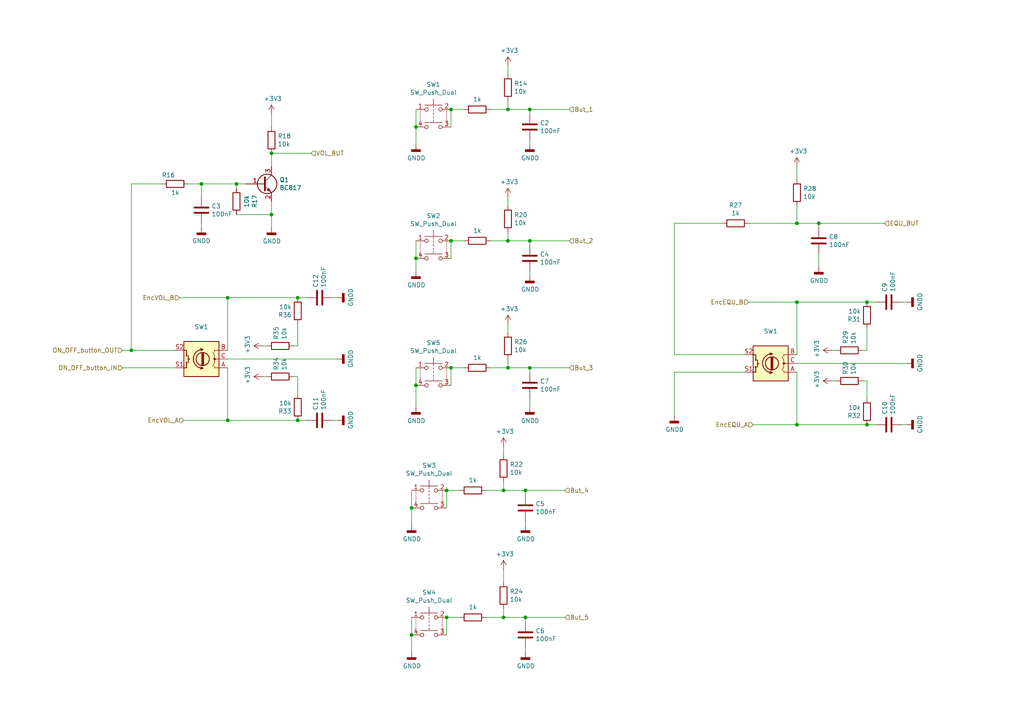
<source format=kicad_sch>
(kicad_sch (version 20250114) (generator "eeschema") (generator_version "9.0")
  (paper "A4")
  (lib_symbols
    (symbol "Device:C" (pin_numbers (hide yes)) (pin_names (offset 0.254))
      (property "Reference" "C" (at 0.635 2.54 0))
      (property "Value" "C" (at 0.635 -2.54 0))
      (symbol "C_0_1"
        (polyline (pts (xy -2.032 0.762) (xy 2.032 0.762)) (stroke (width 0.508)))
        (polyline (pts (xy -2.032 -0.762) (xy 2.032 -0.762)) (stroke (width 0.508)))
      )
      (symbol "C_1_1"
        (pin passive line (at 0 3.81 270) (length 2.794) (name "~") (number "1"))
        (pin passive line (at 0 -3.81 90) (length 2.794) (name "~") (number "2"))
      )
    )
    (symbol "Device:R" (pin_numbers (hide yes)) (pin_names (offset 0))
      (property "Reference" "R" (at 2.032 0 90))
      (property "Value" "R" (at 0 0 90))
      (symbol "R_0_1"
        (rectangle (start -1.016 -2.54) (end 1.016 2.54) (stroke (width 0.254)))
      )
      (symbol "R_1_1"
        (pin passive line (at 0 3.81 270) (length 1.27) (name "~") (number "1"))
        (pin passive line (at 0 -3.81 90) (length 1.27) (name "~") (number "2"))
      )
    )
    (symbol "Device:Rotary_Encoder_Switch" (pin_names (offset 0.254) (hide yes))
      (property "Reference" "SW" (at 0 6.604 0))
      (property "Value" "Device_Rotary_Encoder_Switch" (at 0 -6.604 0))
      (symbol "Rotary_Encoder_Switch_0_1"
        (rectangle (start -5.08 5.08) (end 5.08 -5.08) (stroke (width 0.254)) (fill (type background)))
        (polyline (pts (xy -5.08 2.54) (xy -3.81 2.54) (xy -3.81 2.032)))
        (polyline (pts (xy -5.08 0) (xy -3.81 0) (xy -3.81 -1.016) (xy -3.302 -2.032)))
        (polyline (pts (xy -5.08 -2.54) (xy -3.81 -2.54) (xy -3.81 -2.032)))
        (polyline (pts (xy -4.318 0) (xy -3.81 0) (xy -3.81 1.016) (xy -3.302 2.032)))
        (circle (center -3.81 0) (radius 0.254) (fill (type outline)))
        (polyline (pts (xy -0.635 -1.778) (xy -0.635 1.778)) (stroke (width 0.254)))
        (arc (start -0.381 2.667) (mid 2.3376 -0.0635) (end -0.381 -2.794) (stroke (width 0.254)))
        (circle (center -0.381 0) (radius 1.905) (stroke (width 0.254)))
        (polyline (pts (xy -0.381 -1.778) (xy -0.381 1.778)) (stroke (width 0.254)))
        (polyline (pts (xy -0.127 1.778) (xy -0.127 -1.778)) (stroke (width 0.254)))
        (polyline (pts (xy 0.254 2.921) (xy -0.508 2.667) (xy 0.127 2.286)) (stroke (width 0.254)))
        (polyline (pts (xy 0.254 -3.048) (xy -0.508 -2.794) (xy 0.127 -2.413)) (stroke (width 0.254)))
        (polyline (pts (xy 3.81 1.016) (xy 3.81 -1.016)) (stroke (width 0.254)))
        (polyline (pts (xy 3.81 0) (xy 3.429 0)) (stroke (width 0.254)))
        (circle (center 4.318 1.016) (radius 0.127) (stroke (width 0.254)))
        (circle (center 4.318 -1.016) (radius 0.127) (stroke (width 0.254)))
        (polyline (pts (xy 5.08 2.54) (xy 4.318 2.54) (xy 4.318 1.016)) (stroke (width 0.254)))
        (polyline (pts (xy 5.08 -2.54) (xy 4.318 -2.54) (xy 4.318 -1.016)) (stroke (width 0.254)))
      )
      (symbol "Rotary_Encoder_Switch_1_1"
        (pin passive line (at -7.62 2.54 0) (length 2.54) (name "A") (number "A"))
        (pin passive line (at -7.62 0 0) (length 2.54) (name "C") (number "C"))
        (pin passive line (at -7.62 -2.54 0) (length 2.54) (name "B") (number "B"))
        (pin passive line (at 7.62 2.54 180) (length 2.54) (name "S1") (number "S1"))
        (pin passive line (at 7.62 -2.54 180) (length 2.54) (name "S2") (number "S2"))
      )
    )
    (symbol "Transistor_BJT:BC817" (pin_names (offset 0) (hide yes))
      (property "Reference" "Q" (at 5.08 1.905 0))
      (property "Value" "BC817" (at 5.08 0 0))
      (symbol "BC817_0_1"
        (polyline (pts (xy 0.635 1.905) (xy 0.635 -1.905) (xy 0.635 -1.905)) (stroke (width 0.508)))
        (polyline (pts (xy 0.635 0.635) (xy 2.54 2.54)))
        (polyline (pts (xy 0.635 -0.635) (xy 2.54 -2.54) (xy 2.54 -2.54)))
        (circle (center 1.27 0) (radius 2.8194) (stroke (width 0.254)))
        (polyline (pts (xy 1.27 -1.778) (xy 1.778 -1.27) (xy 2.286 -2.286) (xy 1.27 -1.778) (xy 1.27 -1.778)) (fill (type outline)))
      )
      (symbol "BC817_1_1"
        (pin input line (at -5.08 0 0) (length 5.715) (name "B") (number "1"))
        (pin passive line (at 2.54 5.08 270) (length 2.54) (name "C") (number "3"))
        (pin passive line (at 2.54 -5.08 90) (length 2.54) (name "E") (number "2"))
      )
    )
    (symbol "power:+3V3" (power) (pin_names (offset 0))
      (property "Value" "+3V3" (at 0 3.556 0))
      (symbol "+3V3_0_1"
        (polyline (pts (xy -0.762 1.27) (xy 0 2.54)))
        (polyline (pts (xy 0 2.54) (xy 0.762 1.27)))
        (polyline (pts (xy 0 0) (xy 0 2.54)))
      )
      (symbol "+3V3_1_1"
        (pin power_in line (at 0 0 90) (length 0) (hide yes) (name "+3V3") (number "1"))
      )
    )
    (symbol "power:GNDD" (power) (pin_names (offset 0))
      (property "Value" "GNDD" (at 0 -3.175 0))
      (symbol "GNDD_0_1"
        (rectangle (start -1.27 -1.524) (end 1.27 -2.032) (stroke (width 0.254)) (fill (type outline)))
        (polyline (pts (xy 0 0) (xy 0 -1.524)))
      )
      (symbol "GNDD_1_1"
        (pin power_in line (at 0 0 270) (length 0) (hide yes) (name "GNDD") (number "1"))
      )
    )
    (symbol "switch_TACT_SileliS:SW_Push_Dual" (pin_names (offset 1.016) (hide yes))
      (property "Reference" "SW" (at 1.27 2.54 0))
      (property "Value" "switch_TACT_SileliS_SW_Push_Dual" (at 0 -6.858 0))
      (symbol "SW_Push_Dual_0_1"
        (rectangle (start -3.81 0) (end -3.81 -5.08) (stroke (width 0.0508)))
        (circle (center -2.032 0) (radius 0.508))
        (circle (center -2.032 -5.08) (radius 0.508))
        (polyline (pts (xy 0 1.27) (xy 0 3.048)))
        (polyline (pts (xy 0 0.508) (xy 0 1.016)))
        (polyline (pts (xy 0 -0.508) (xy 0 0)))
        (polyline (pts (xy 0 -1.524) (xy 0 -1.016)))
        (polyline (pts (xy 0 -2.032) (xy 0 -2.54)))
        (polyline (pts (xy 0 -3.048) (xy 0 -3.556)))
        (circle (center 2.032 0) (radius 0.508))
        (circle (center 2.032 -5.08) (radius 0.508))
        (polyline (pts (xy 2.54 1.27) (xy -2.54 1.27)))
        (polyline (pts (xy 2.54 -3.81) (xy -2.54 -3.81)))
        (rectangle (start 3.81 0) (end 3.81 -5.08) (stroke (width 0.0508)) (fill (type outline)))
        (pin passive line (at -5.08 0 0) (length 2.54) (name "1") (number "1"))
        (pin passive line (at -5.08 -5.08 0) (length 2.54) (name "4") (number "4"))
        (pin passive line (at 5.08 0 180) (length 2.54) (name "2") (number "2"))
        (pin passive line (at 5.08 -5.08 180) (length 2.54) (name "3") (number "3"))
      )
    )
  )
  (junction (at 147.32 69.85))
  (junction (at 78.74 44.45))
  (junction (at 147.32 106.68))
  (junction (at 237.49 64.77))
  (junction (at 38.1 101.6))
  (junction (at 152.4 142.24))
  (junction (at 231.14 123.19))
  (junction (at 130.81 31.75))
  (junction (at 129.54 179.07))
  (junction (at 251.46 123.19))
  (junction (at 153.67 69.85))
  (junction (at 120.65 74.93))
  (junction (at 147.32 31.75))
  (junction (at 120.65 36.83))
  (junction (at 129.54 142.24))
  (junction (at 68.58 53.34))
  (junction (at 153.67 31.75))
  (junction (at 119.38 147.32))
  (junction (at 152.4 179.07))
  (junction (at 130.81 106.68))
  (junction (at 66.04 121.92))
  (junction (at 86.36 121.92))
  (junction (at 119.38 184.15))
  (junction (at 146.05 142.24))
  (junction (at 86.36 86.36))
  (junction (at 146.05 179.07))
  (junction (at 66.04 86.36))
  (junction (at 153.67 106.68))
  (junction (at 231.14 64.77))
  (junction (at 58.42 53.34))
  (junction (at 120.65 111.76))
  (junction (at 231.14 87.63))
  (junction (at 78.74 62.23))
  (junction (at 251.46 87.63))
  (junction (at 130.81 69.85))
  (wire (pts (xy 71.12 53.34) (xy 68.58 53.34)))
  (wire (pts (xy 52.07 86.36) (xy 66.04 86.36)))
  (wire (pts (xy 53.34 121.92) (xy 66.04 121.92)))
  (wire (pts (xy 90.17 44.45) (xy 78.74 44.45)))
  (wire (pts (xy 251.46 115.57) (xy 251.46 110.49)))
  (wire (pts (xy 130.81 69.85) (xy 134.62 69.85)))
  (wire (pts (xy 38.1 53.34) (xy 38.1 101.6)))
  (wire (pts (xy 85.09 100.33) (xy 86.36 100.33)))
  (wire (pts (xy 231.14 64.77) (xy 237.49 64.77)))
  (wire (pts (xy 142.24 106.68) (xy 147.32 106.68)))
  (wire (pts (xy 146.05 132.08) (xy 146.05 129.54)))
  (wire (pts (xy 38.1 101.6) (xy 50.8 101.6)))
  (wire (pts (xy 195.58 64.77) (xy 209.55 64.77)))
  (wire (pts (xy 129.54 179.07) (xy 133.35 179.07)))
  (wire (pts (xy 130.81 106.68) (xy 134.62 106.68)))
  (wire (pts (xy 119.38 189.23) (xy 119.38 184.15)))
  (wire (pts (xy 85.09 109.22) (xy 86.36 109.22)))
  (wire (pts (xy 147.32 59.69) (xy 147.32 57.15)))
  (wire (pts (xy 86.36 114.3) (xy 86.36 109.22)))
  (wire (pts (xy 231.14 123.19) (xy 251.46 123.19)))
  (wire (pts (xy 237.49 77.47) (xy 237.49 73.66)))
  (wire (pts (xy 120.65 41.91) (xy 120.65 36.83)))
  (wire (pts (xy 152.4 180.34) (xy 152.4 179.07)))
  (wire (pts (xy 152.4 152.4) (xy 152.4 151.13)))
  (wire (pts (xy 218.44 123.19) (xy 231.14 123.19)))
  (wire (pts (xy 130.81 31.75) (xy 134.62 31.75)))
  (wire (pts (xy 130.81 74.93) (xy 130.81 69.85)))
  (wire (pts (xy 152.4 189.23) (xy 152.4 187.96)))
  (wire (pts (xy 231.14 105.41) (xy 262.89 105.41)))
  (wire (pts (xy 54.61 53.34) (xy 58.42 53.34)))
  (wire (pts (xy 231.14 87.63) (xy 251.46 87.63)))
  (wire (pts (xy 231.14 59.69) (xy 231.14 64.77)))
  (wire (pts (xy 76.2 109.22) (xy 77.47 109.22)))
  (wire (pts (xy 129.54 142.24) (xy 133.35 142.24)))
  (wire (pts (xy 78.74 36.83) (xy 78.74 33.02)))
  (wire (pts (xy 147.32 104.14) (xy 147.32 106.68)))
  (wire (pts (xy 153.67 80.01) (xy 153.67 78.74)))
  (wire (pts (xy 147.32 29.21) (xy 147.32 31.75)))
  (wire (pts (xy 68.58 53.34) (xy 68.58 54.61)))
  (wire (pts (xy 142.24 69.85) (xy 147.32 69.85)))
  (wire (pts (xy 153.67 106.68) (xy 165.1 106.68)))
  (wire (pts (xy 66.04 106.68) (xy 66.04 121.92)))
  (wire (pts (xy 153.67 71.12) (xy 153.67 69.85)))
  (wire (pts (xy 58.42 66.04) (xy 58.42 64.77)))
  (wire (pts (xy 130.81 36.83) (xy 130.81 31.75)))
  (wire (pts (xy 35.56 106.68) (xy 50.8 106.68)))
  (wire (pts (xy 251.46 95.25) (xy 251.46 101.6)))
  (wire (pts (xy 147.32 106.68) (xy 153.67 106.68)))
  (wire (pts (xy 76.2 100.33) (xy 77.47 100.33)))
  (wire (pts (xy 152.4 143.51) (xy 152.4 142.24)))
  (wire (pts (xy 152.4 142.24) (xy 163.83 142.24)))
  (wire (pts (xy 146.05 179.07) (xy 152.4 179.07)))
  (wire (pts (xy 147.32 31.75) (xy 153.67 31.75)))
  (wire (pts (xy 250.19 101.6) (xy 251.46 101.6)))
  (wire (pts (xy 195.58 102.87) (xy 215.9 102.87)))
  (wire (pts (xy 241.3 101.6) (xy 242.57 101.6)))
  (wire (pts (xy 261.62 87.63) (xy 262.89 87.63)))
  (wire (pts (xy 147.32 96.52) (xy 147.32 93.98)))
  (wire (pts (xy 120.65 78.74) (xy 120.65 74.93)))
  (wire (pts (xy 130.81 111.76) (xy 130.81 106.68)))
  (wire (pts (xy 66.04 121.92) (xy 86.36 121.92)))
  (wire (pts (xy 195.58 107.95) (xy 195.58 120.65)))
  (wire (pts (xy 251.46 87.63) (xy 254 87.63)))
  (wire (pts (xy 231.14 52.07) (xy 231.14 48.26)))
  (wire (pts (xy 237.49 64.77) (xy 256.54 64.77)))
  (wire (pts (xy 86.36 93.98) (xy 86.36 100.33)))
  (wire (pts (xy 140.97 179.07) (xy 146.05 179.07)))
  (wire (pts (xy 153.67 118.11) (xy 153.67 115.57)))
  (wire (pts (xy 250.19 110.49) (xy 251.46 110.49)))
  (wire (pts (xy 66.04 86.36) (xy 86.36 86.36)))
  (wire (pts (xy 153.67 107.95) (xy 153.67 106.68)))
  (wire (pts (xy 120.65 69.85) (xy 120.65 74.93)))
  (wire (pts (xy 153.67 31.75) (xy 165.1 31.75)))
  (wire (pts (xy 195.58 107.95) (xy 215.9 107.95)))
  (wire (pts (xy 119.38 152.4) (xy 119.38 147.32)))
  (wire (pts (xy 153.67 33.02) (xy 153.67 31.75)))
  (wire (pts (xy 129.54 147.32) (xy 129.54 142.24)))
  (wire (pts (xy 217.17 87.63) (xy 231.14 87.63)))
  (wire (pts (xy 140.97 142.24) (xy 146.05 142.24)))
  (wire (pts (xy 46.99 53.34) (xy 38.1 53.34)))
  (wire (pts (xy 147.32 69.85) (xy 153.67 69.85)))
  (wire (pts (xy 152.4 179.07) (xy 163.83 179.07)))
  (wire (pts (xy 237.49 66.04) (xy 237.49 64.77)))
  (wire (pts (xy 119.38 142.24) (xy 119.38 147.32)))
  (wire (pts (xy 147.32 67.31) (xy 147.32 69.85)))
  (wire (pts (xy 120.65 118.11) (xy 120.65 111.76)))
  (wire (pts (xy 153.67 69.85) (xy 165.1 69.85)))
  (wire (pts (xy 120.65 31.75) (xy 120.65 36.83)))
  (wire (pts (xy 86.36 121.92) (xy 88.9 121.92)))
  (wire (pts (xy 251.46 123.19) (xy 254 123.19)))
  (wire (pts (xy 153.67 41.91) (xy 153.67 40.64)))
  (wire (pts (xy 66.04 101.6) (xy 66.04 86.36)))
  (wire (pts (xy 96.52 86.36) (xy 97.79 86.36)))
  (wire (pts (xy 146.05 139.7) (xy 146.05 142.24)))
  (wire (pts (xy 58.42 53.34) (xy 68.58 53.34)))
  (wire (pts (xy 129.54 184.15) (xy 129.54 179.07)))
  (wire (pts (xy 86.36 86.36) (xy 88.9 86.36)))
  (wire (pts (xy 147.32 21.59) (xy 147.32 19.05)))
  (wire (pts (xy 146.05 142.24) (xy 152.4 142.24)))
  (wire (pts (xy 241.3 110.49) (xy 242.57 110.49)))
  (wire (pts (xy 146.05 168.91) (xy 146.05 165.1)))
  (wire (pts (xy 119.38 179.07) (xy 119.38 184.15)))
  (wire (pts (xy 78.74 58.42) (xy 78.74 62.23)))
  (wire (pts (xy 120.65 106.68) (xy 120.65 111.76)))
  (wire (pts (xy 68.58 62.23) (xy 78.74 62.23)))
  (wire (pts (xy 231.14 102.87) (xy 231.14 87.63)))
  (wire (pts (xy 142.24 31.75) (xy 147.32 31.75)))
  (wire (pts (xy 66.04 104.14) (xy 97.79 104.14)))
  (wire (pts (xy 78.74 44.45) (xy 78.74 48.26)))
  (wire (pts (xy 58.42 57.15) (xy 58.42 53.34)))
  (wire (pts (xy 231.14 107.95) (xy 231.14 123.19)))
  (wire (pts (xy 261.62 123.19) (xy 262.89 123.19)))
  (wire (pts (xy 96.52 121.92) (xy 97.79 121.92)))
  (wire (pts (xy 35.56 101.6) (xy 38.1 101.6)))
  (wire (pts (xy 217.17 64.77) (xy 231.14 64.77)))
  (wire (pts (xy 146.05 176.53) (xy 146.05 179.07)))
  (wire (pts (xy 195.58 64.77) (xy 195.58 102.87)))
  (wire (pts (xy 78.74 66.04) (xy 78.74 62.23)))
  (hierarchical_label "VOL_BUT" (shape input) (at 90.17 44.45 0))
  (hierarchical_label "But_1" (shape input) (at 165.1 31.75 0))
  (hierarchical_label "But_4" (shape input) (at 163.83 142.24 0))
  (hierarchical_label "EQU_BUT" (shape input) (at 256.54 64.77 0))
  (hierarchical_label "EncEQU_A" (shape input) (at 218.44 123.19 180))
  (hierarchical_label "EncVOL_A" (shape input) (at 53.34 121.92 180))
  (hierarchical_label "EncVOL_B" (shape input) (at 52.07 86.36 180))
  (hierarchical_label "But_2" (shape input) (at 165.1 69.85 0))
  (hierarchical_label "ON_OFF_button_IN" (shape input) (at 35.56 106.68 180))
  (hierarchical_label "But_5" (shape input) (at 163.83 179.07 0))
  (hierarchical_label "But_3" (shape input) (at 165.1 106.68 0))
  (hierarchical_label "EncEQU_B" (shape input) (at 217.17 87.63 180))
  (hierarchical_label "ON_OFF_button_OUT" (shape input) (at 35.56 101.6 180))
  (symbol (lib_id "power:+3V3") (at 147.32 57.15 0) (unit 1)
    (property "Reference" "#PWR026" (effects (hide yes)))
    (property "Value" "+3V3" (at 147.701 52.7558 0))
    (instances (project "esp32 bluetooth" (path "" (reference "#PWR026") (unit 1))) (project "Keyboard" (path "" (reference "#PWR0109") (unit 1))))
  )
  (symbol (lib_id "Device:R") (at 231.14 55.88 0) (unit 1)
    (property "Reference" "R28" (at 232.918 54.7116 0) (effects (justify left)))
    (property "Value" "10k" (at 232.918 57.023 0) (effects (justify left)))
    (property "Footprint" "Resistor_SMD:R_0603_1608Metric" (effects (hide yes)))
    (property "TME no." "RC0603FR-1310KL" (effects (hide yes)))
    (instances (project "esp32 bluetooth" (path "" (reference "R28") (unit 1))) (project "Keyboard" (path "" (reference "R1") (unit 1))))
  )
  (symbol (lib_id "Device:R") (at 251.46 91.44 180) (unit 1)
    (property "Reference" "R31" (at 249.682 92.6084 0) (effects (justify left)))
    (property "Value" "10k" (at 249.682 90.297 0) (effects (justify left)))
    (property "Footprint" "Resistor_SMD:R_0603_1608Metric" (effects (hide yes)))
    (property "TME no." "RC0603FR-1310KL" (effects (hide yes)))
    (instances (project "esp32 bluetooth" (path "" (reference "R31") (unit 1))) (project "Keyboard" (path "" (reference "R1") (unit 1))))
  )
  (symbol (lib_id "Device:R") (at 246.38 101.6 90) (unit 1)
    (property "Reference" "R29" (at 245.2116 99.822 0) (effects (justify left)))
    (property "Value" "10k" (at 247.523 99.822 0) (effects (justify left)))
    (property "Footprint" "Resistor_SMD:R_0603_1608Metric" (effects (hide yes)))
    (property "TME no." "RC0603FR-1310KL" (effects (hide yes)))
    (instances (project "esp32 bluetooth" (path "" (reference "R29") (unit 1))) (project "Keyboard" (path "" (reference "R1") (unit 1))))
  )
  (symbol (lib_id "power:GNDD") (at 97.79 121.92 90) (unit 1)
    (property "Reference" "#PWR044" (effects (hide yes)))
    (property "Value" "GNDD" (at 101.727 121.8184 0))
    (instances (project "esp32 bluetooth" (path "" (reference "#PWR044") (unit 1))) (project "Keyboard" (path "" (reference "#PWR0121") (unit 1))))
  )
  (symbol (lib_id "power:+3V3") (at 241.3 110.49 90) (unit 1)
    (property "Reference" "#PWR040" (effects (hide yes)))
    (property "Value" "+3V3" (at 236.9058 110.109 0))
    (instances (project "esp32 bluetooth" (path "" (reference "#PWR040") (unit 1))) (project "Keyboard" (path "" (reference "#PWR0109") (unit 1))))
  )
  (symbol (lib_id "switch_TACT_SileliS:SW_Push_Dual") (at 124.46 179.07 0) (unit 1)
    (property "Reference" "SW4" (at 124.46 171.831 0))
    (property "Value" "SW_Push_Dual" (at 124.46 174.1424 0))
    (property "Footprint" "Button_Switch_THT_SileliS:SW_PUSH_6mm_H4.3mm" (effects (hide yes)))
    (property "Manufacturer" "NINIGI" (effects (hide yes)))
    (property "Manufacturer no." "TACT-64K-F" (effects (hide yes)))
    (property "TME no." "TACT-64K-F" (effects (hide yes)))
    (property "AVT no." "MICROSWITCH 0.8" (effects (hide yes)))
    (property "Remarks" " 6x6; high 4.3 mm" (effects (hide yes)))
    (property "Module" "all" (effects (hide yes)))
    (instances (project "esp32 bluetooth" (path "" (reference "SW4") (unit 1))) (project "Keyboard" (path "" (reference "SW1") (unit 1))))
  )
  (symbol (lib_id "Device:R") (at 251.46 119.38 180) (unit 1)
    (property "Reference" "R32" (at 249.682 120.5484 0) (effects (justify left)))
    (property "Value" "10k" (at 249.682 118.237 0) (effects (justify left)))
    (property "Footprint" "Resistor_SMD:R_0603_1608Metric" (effects (hide yes)))
    (property "TME no." "RC0603FR-1310KL" (effects (hide yes)))
    (instances (project "esp32 bluetooth" (path "" (reference "R32") (unit 1))) (project "Keyboard" (path "" (reference "R1") (unit 1))))
  )
  (symbol (lib_id "power:GNDD") (at 120.65 118.11 0) (unit 1)
    (property "Reference" "#PWR034" (effects (hide yes)))
    (property "Value" "GNDD" (at 120.7516 122.047 0))
    (instances (project "esp32 bluetooth" (path "" (reference "#PWR034") (unit 1))) (project "Keyboard" (path "" (reference "#PWR0121") (unit 1))))
  )
  (symbol (lib_id "Device:R") (at 137.16 179.07 270) (unit 1)
    (property "Reference" "R23" (effects (hide yes)))
    (property "Value" "1k" (at 137.16 176.1236 90))
    (property "Footprint" "Resistor_SMD:R_0603_1608Metric" (effects (hide yes)))
    (property "TME no." "CRG0603F1K0" (effects (hide yes)))
    (instances (project "esp32 bluetooth" (path "" (reference "R23") (unit 1))) (project "Keyboard" (path "" (reference "R9") (unit 1))))
  )
  (symbol (lib_id "power:+3V3") (at 241.3 101.6 90) (unit 1)
    (property "Reference" "#PWR039" (effects (hide yes)))
    (property "Value" "+3V3" (at 236.9058 101.219 0))
    (instances (project "esp32 bluetooth" (path "" (reference "#PWR039") (unit 1))) (project "Keyboard" (path "" (reference "#PWR0109") (unit 1))))
  )
  (symbol (lib_id "Device:R") (at 68.58 58.42 180) (unit 1)
    (property "Reference" "R17" (at 73.8378 58.42 90))
    (property "Value" "10k" (at 71.5264 58.42 90))
    (property "Footprint" "Resistor_SMD:R_0603_1608Metric" (effects (hide yes)))
    (property "TME no." "RC0603FR-1310KL" (effects (hide yes)))
    (instances (project "esp32 bluetooth" (path "" (reference "R17") (unit 1))) (project "Keyboard" (path "" (reference "R20") (unit 1))))
  )
  (symbol (lib_id "Device:C") (at 153.67 111.76 0) (unit 1)
    (property "Reference" "C7" (at 156.591 110.5916 0) (effects (justify left)))
    (property "Value" "100nF" (at 156.591 112.903 0) (effects (justify left)))
    (property "Footprint" "Capacitor_SMD:C_0603_1608Metric" (effects (hide yes)))
    (property "TME no." "0603F104Z250CT" (effects (hide yes)))
    (instances (project "esp32 bluetooth" (path "" (reference "C7") (unit 1))) (project "Keyboard" (path "" (reference "C2") (unit 1))))
  )
  (symbol (lib_id "Device:C") (at 92.71 86.36 90) (unit 1)
    (property "Reference" "C12" (at 91.5416 83.439 0) (effects (justify left)))
    (property "Value" "100nF" (at 93.853 83.439 0) (effects (justify left)))
    (property "Footprint" "Capacitor_SMD:C_0603_1608Metric" (effects (hide yes)))
    (property "TME no." "0603F104Z250CT" (effects (hide yes)))
    (instances (project "esp32 bluetooth" (path "" (reference "C12") (unit 1))) (project "Keyboard" (path "" (reference "C2") (unit 1))))
  )
  (symbol (lib_id "power:GNDD") (at 78.74 66.04 0) (unit 1)
    (property "Reference" "#PWR024" (effects (hide yes)))
    (property "Value" "GNDD" (at 78.8416 69.977 0))
    (instances (project "esp32 bluetooth" (path "" (reference "#PWR024") (unit 1))) (project "Keyboard" (path "" (reference "#PWR0105") (unit 1))))
  )
  (symbol (lib_id "power:GNDD") (at 97.79 86.36 90) (unit 1)
    (property "Reference" "#PWR047" (effects (hide yes)))
    (property "Value" "GNDD" (at 101.727 86.2584 0))
    (instances (project "esp32 bluetooth" (path "" (reference "#PWR047") (unit 1))) (project "Keyboard" (path "" (reference "#PWR0121") (unit 1))))
  )
  (symbol (lib_id "Device:Rotary_Encoder_Switch") (at 58.42 104.14 180) (unit 1)
    (property "Reference" "SW6" (at 58.42 94.8182 0))
    (property "Value" "Rotary_Encoder_Switch" (effects (hide yes)))
    (property "Footprint" "Rotary_Encoder:RotaryEncoder_Alps_EC11E-Switch_Vertical_H20mm" (effects (hide yes)))
    (property "Datasheet" "http://www.farnell.com/datasheets/2360546.pdf" (effects (hide yes)))
    (property "Manufacturer" "BOURNS" (effects (hide yes)))
    (property "Manuf Part number" "PEC11R-4215K-S0024" (effects (hide yes)))
    (property "Module" "all" (effects (hide yes)))
    (property "TME no." "PEC11R-4215K-S0024" (effects (hide yes)))
    (instances (project "01_Rotary_encoder" (path "" (reference "SW1") (unit 1))) (project "esp32 bluetooth" (path "" (reference "SW6") (unit 1))))
  )
  (symbol (lib_id "power:GNDD") (at 58.42 66.04 0) (unit 1)
    (property "Reference" "#PWR022" (effects (hide yes)))
    (property "Value" "GNDD" (at 58.42 69.85 0))
    (instances (project "esp32 bluetooth" (path "" (reference "#PWR022") (unit 1))) (project "Keyboard" (path "" (reference "#PWR0107") (unit 1))))
  )
  (symbol (lib_id "power:GNDD") (at 120.65 41.91 0) (unit 1)
    (property "Reference" "#PWR019" (effects (hide yes)))
    (property "Value" "GNDD" (at 120.7516 45.847 0))
    (instances (project "esp32 bluetooth" (path "" (reference "#PWR019") (unit 1))) (project "Keyboard" (path "" (reference "#PWR0121") (unit 1))))
  )
  (symbol (lib_id "Device:C") (at 257.81 123.19 90) (unit 1)
    (property "Reference" "C10" (at 256.6416 120.269 0) (effects (justify left)))
    (property "Value" "100nF" (at 258.953 120.269 0) (effects (justify left)))
    (property "Footprint" "Capacitor_SMD:C_0603_1608Metric" (effects (hide yes)))
    (property "TME no." "0603F104Z250CT" (effects (hide yes)))
    (instances (project "esp32 bluetooth" (path "" (reference "C10") (unit 1))) (project "Keyboard" (path "" (reference "C2") (unit 1))))
  )
  (symbol (lib_id "power:GNDD") (at 262.89 105.41 90) (unit 1)
    (property "Reference" "#PWR042" (effects (hide yes)))
    (property "Value" "GNDD" (at 266.827 105.3084 0))
    (instances (project "esp32 bluetooth" (path "" (reference "#PWR042") (unit 1))) (project "Keyboard" (path "" (reference "#PWR0121") (unit 1))))
  )
  (symbol (lib_id "Device:R") (at 78.74 40.64 0) (unit 1)
    (property "Reference" "R18" (at 80.518 39.4716 0) (effects (justify left)))
    (property "Value" "10k" (at 80.518 41.783 0) (effects (justify left)))
    (property "Footprint" "Resistor_SMD:R_0603_1608Metric" (effects (hide yes)))
    (property "TME no." "RC0603FR-1310KL" (effects (hide yes)))
    (instances (project "esp32 bluetooth" (path "" (reference "R18") (unit 1))) (project "Keyboard" (path "" (reference "R17") (unit 1))))
  )
  (symbol (lib_id "Device:R") (at 213.36 64.77 270) (unit 1)
    (property "Reference" "R27" (at 213.36 59.5122 90))
    (property "Value" "1k" (at 213.36 61.8236 90))
    (property "Footprint" "Resistor_SMD:R_0603_1608Metric" (effects (hide yes)))
    (property "TME no." "CRG0603F1K0" (effects (hide yes)))
    (instances (project "esp32 bluetooth" (path "" (reference "R27") (unit 1))) (project "Keyboard" (path "" (reference "R9") (unit 1))))
  )
  (symbol (lib_id "Device:R") (at 137.16 142.24 270) (unit 1)
    (property "Reference" "R21" (effects (hide yes)))
    (property "Value" "1k" (at 137.16 139.2936 90))
    (property "Footprint" "Resistor_SMD:R_0603_1608Metric" (effects (hide yes)))
    (property "TME no." "CRG0603F1K0" (effects (hide yes)))
    (instances (project "esp32 bluetooth" (path "" (reference "R21") (unit 1))) (project "Keyboard" (path "" (reference "R9") (unit 1))))
  )
  (symbol (lib_id "switch_TACT_SileliS:SW_Push_Dual") (at 125.73 31.75 0) (unit 1)
    (property "Reference" "SW1" (at 125.73 24.511 0))
    (property "Value" "SW_Push_Dual" (at 125.73 26.8224 0))
    (property "Footprint" "Button_Switch_THT_SileliS:SW_PUSH_6mm_H4.3mm" (effects (hide yes)))
    (property "Manufacturer" "NINIGI" (effects (hide yes)))
    (property "Manufacturer no." "TACT-64K-F" (effects (hide yes)))
    (property "TME no." "TACT-64K-F" (effects (hide yes)))
    (property "AVT no." "MICROSWITCH 0.8" (effects (hide yes)))
    (property "Remarks" " 6x6; high 4.3 mm" (effects (hide yes)))
    (property "Module" "all" (effects (hide yes)))
  )
  (symbol (lib_id "power:GNDD") (at 119.38 189.23 0) (unit 1)
    (property "Reference" "#PWR031" (effects (hide yes)))
    (property "Value" "GNDD" (at 119.4816 193.167 0))
    (instances (project "esp32 bluetooth" (path "" (reference "#PWR031") (unit 1))) (project "Keyboard" (path "" (reference "#PWR0121") (unit 1))))
  )
  (symbol (lib_id "power:GNDD") (at 152.4 152.4 0) (unit 1)
    (property "Reference" "#PWR030" (effects (hide yes)))
    (property "Value" "GNDD" (at 152.5016 156.337 0))
    (instances (project "esp32 bluetooth" (path "" (reference "#PWR030") (unit 1))) (project "Keyboard" (path "" (reference "#PWR0110") (unit 1))))
  )
  (symbol (lib_id "power:GNDD") (at 152.4 189.23 0) (unit 1)
    (property "Reference" "#PWR033" (effects (hide yes)))
    (property "Value" "GNDD" (at 152.5016 193.167 0))
    (instances (project "esp32 bluetooth" (path "" (reference "#PWR033") (unit 1))) (project "Keyboard" (path "" (reference "#PWR0110") (unit 1))))
  )
  (symbol (lib_id "Device:R") (at 147.32 25.4 0) (unit 1)
    (property "Reference" "R14" (at 149.098 24.2316 0) (effects (justify left)))
    (property "Value" "10k" (at 149.098 26.543 0) (effects (justify left)))
    (property "Footprint" "Resistor_SMD:R_0603_1608Metric" (effects (hide yes)))
    (property "TME no." "RC0603FR-1310KL" (effects (hide yes)))
    (instances (project "esp32 bluetooth" (path "" (reference "R14") (unit 1))) (project "Keyboard" (path "" (reference "R1") (unit 1))))
  )
  (symbol (lib_id "Device:R") (at 81.28 100.33 90) (unit 1)
    (property "Reference" "R35" (at 80.1116 98.552 0) (effects (justify left)))
    (property "Value" "10k" (at 82.423 98.552 0) (effects (justify left)))
    (property "Footprint" "Resistor_SMD:R_0603_1608Metric" (effects (hide yes)))
    (property "TME no." "RC0603FR-1310KL" (effects (hide yes)))
    (instances (project "esp32 bluetooth" (path "" (reference "R35") (unit 1))) (project "Keyboard" (path "" (reference "R1") (unit 1))))
  )
  (symbol (lib_id "power:GNDD") (at 262.89 123.19 90) (unit 1)
    (property "Reference" "#PWR048" (effects (hide yes)))
    (property "Value" "GNDD" (at 266.827 123.0884 0))
    (instances (project "esp32 bluetooth" (path "" (reference "#PWR048") (unit 1))) (project "Keyboard" (path "" (reference "#PWR0121") (unit 1))))
  )
  (symbol (lib_id "Device:C") (at 152.4 184.15 0) (unit 1)
    (property "Reference" "C6" (at 155.321 182.9816 0) (effects (justify left)))
    (property "Value" "100nF" (at 155.321 185.293 0) (effects (justify left)))
    (property "Footprint" "Capacitor_SMD:C_0603_1608Metric" (effects (hide yes)))
    (property "TME no." "0603F104Z250CT" (effects (hide yes)))
    (instances (project "esp32 bluetooth" (path "" (reference "C6") (unit 1))) (project "Keyboard" (path "" (reference "C2") (unit 1))))
  )
  (symbol (lib_id "Device:R") (at 246.38 110.49 90) (unit 1)
    (property "Reference" "R30" (at 245.2116 108.712 0) (effects (justify left)))
    (property "Value" "10k" (at 247.523 108.712 0) (effects (justify left)))
    (property "Footprint" "Resistor_SMD:R_0603_1608Metric" (effects (hide yes)))
    (property "TME no." "RC0603FR-1310KL" (effects (hide yes)))
    (instances (project "esp32 bluetooth" (path "" (reference "R30") (unit 1))) (project "Keyboard" (path "" (reference "R1") (unit 1))))
  )
  (symbol (lib_id "switch_TACT_SileliS:SW_Push_Dual") (at 124.46 142.24 0) (unit 1)
    (property "Reference" "SW3" (at 124.46 135.001 0))
    (property "Value" "SW_Push_Dual" (at 124.46 137.3124 0))
    (property "Footprint" "Button_Switch_THT_SileliS:SW_PUSH_6mm_H4.3mm" (effects (hide yes)))
    (property "Manufacturer" "NINIGI" (effects (hide yes)))
    (property "Manufacturer no." "TACT-64K-F" (effects (hide yes)))
    (property "TME no." "TACT-64K-F" (effects (hide yes)))
    (property "AVT no." "MICROSWITCH 0.8" (effects (hide yes)))
    (property "Remarks" " 6x6; high 4.3 mm" (effects (hide yes)))
    (property "Module" "all" (effects (hide yes)))
    (instances (project "esp32 bluetooth" (path "" (reference "SW3") (unit 1))) (project "Keyboard" (path "" (reference "SW1") (unit 1))))
  )
  (symbol (lib_id "Device:C") (at 153.67 36.83 0) (unit 1)
    (property "Reference" "C2" (at 156.591 35.6616 0) (effects (justify left)))
    (property "Value" "100nF" (at 156.591 37.973 0) (effects (justify left)))
    (property "Footprint" "Capacitor_SMD:C_0603_1608Metric" (effects (hide yes)))
    (property "TME no." "0603F104Z250CT" (effects (hide yes)))
  )
  (symbol (lib_id "Device:R") (at 138.43 106.68 270) (unit 1)
    (property "Reference" "R25" (effects (hide yes)))
    (property "Value" "1k" (at 138.43 103.7336 90))
    (property "Footprint" "Resistor_SMD:R_0603_1608Metric" (effects (hide yes)))
    (property "TME no." "CRG0603F1K0" (effects (hide yes)))
    (instances (project "esp32 bluetooth" (path "" (reference "R25") (unit 1))) (project "Keyboard" (path "" (reference "R9") (unit 1))))
  )
  (symbol (lib_id "Device:R") (at 86.36 90.17 180) (unit 1)
    (property "Reference" "R36" (at 84.582 91.3384 0) (effects (justify left)))
    (property "Value" "10k" (at 84.582 89.027 0) (effects (justify left)))
    (property "Footprint" "Resistor_SMD:R_0603_1608Metric" (effects (hide yes)))
    (property "TME no." "RC0603FR-1310KL" (effects (hide yes)))
    (instances (project "esp32 bluetooth" (path "" (reference "R36") (unit 1))) (project "Keyboard" (path "" (reference "R1") (unit 1))))
  )
  (symbol (lib_id "Device:R") (at 146.05 135.89 0) (unit 1)
    (property "Reference" "R22" (at 147.828 134.7216 0) (effects (justify left)))
    (property "Value" "10k" (at 147.828 137.033 0) (effects (justify left)))
    (property "Footprint" "Resistor_SMD:R_0603_1608Metric" (effects (hide yes)))
    (property "TME no." "RC0603FR-1310KL" (effects (hide yes)))
    (instances (project "esp32 bluetooth" (path "" (reference "R22") (unit 1))) (project "Keyboard" (path "" (reference "R1") (unit 1))))
  )
  (symbol (lib_id "power:GNDD") (at 237.49 77.47 0) (unit 1)
    (property "Reference" "#PWR038" (effects (hide yes)))
    (property "Value" "GNDD" (at 237.5916 81.407 0))
    (instances (project "esp32 bluetooth" (path "" (reference "#PWR038") (unit 1))) (project "Keyboard" (path "" (reference "#PWR0110") (unit 1))))
  )
  (symbol (lib_id "switch_TACT_SileliS:SW_Push_Dual") (at 125.73 106.68 0) (unit 1)
    (property "Reference" "SW5" (at 125.73 99.441 0))
    (property "Value" "SW_Push_Dual" (at 125.73 101.7524 0))
    (property "Footprint" "Button_Switch_THT_SileliS:SW_PUSH_6mm_H4.3mm" (effects (hide yes)))
    (property "Manufacturer" "NINIGI" (effects (hide yes)))
    (property "Manufacturer no." "TACT-64K-F" (effects (hide yes)))
    (property "TME no." "TACT-64K-F" (effects (hide yes)))
    (property "AVT no." "MICROSWITCH 0.8" (effects (hide yes)))
    (property "Remarks" " 6x6; high 4.3 mm" (effects (hide yes)))
    (property "Module" "all" (effects (hide yes)))
    (instances (project "esp32 bluetooth" (path "" (reference "SW5") (unit 1))) (project "Keyboard" (path "" (reference "SW1") (unit 1))))
  )
  (symbol (lib_id "power:GNDD") (at 97.79 104.14 90) (unit 1)
    (property "Reference" "#PWR043" (effects (hide yes)))
    (property "Value" "GNDD" (at 101.727 104.0384 0))
    (instances (project "esp32 bluetooth" (path "" (reference "#PWR043") (unit 1))) (project "Keyboard" (path "" (reference "#PWR0121") (unit 1))))
  )
  (symbol (lib_id "power:+3V3") (at 76.2 109.22 90) (unit 1)
    (property "Reference" "#PWR045" (effects (hide yes)))
    (property "Value" "+3V3" (at 71.8058 108.839 0))
    (instances (project "esp32 bluetooth" (path "" (reference "#PWR045") (unit 1))) (project "Keyboard" (path "" (reference "#PWR0109") (unit 1))))
  )
  (symbol (lib_id "Device:C") (at 237.49 69.85 0) (unit 1)
    (property "Reference" "C8" (at 240.411 68.6816 0) (effects (justify left)))
    (property "Value" "100nF" (at 240.411 70.993 0) (effects (justify left)))
    (property "Footprint" "Capacitor_SMD:C_0603_1608Metric" (effects (hide yes)))
    (property "TME no." "0603F104Z250CT" (effects (hide yes)))
    (instances (project "esp32 bluetooth" (path "" (reference "C8") (unit 1))) (project "Keyboard" (path "" (reference "C2") (unit 1))))
  )
  (symbol (lib_id "power:+3V3") (at 147.32 19.05 0) (unit 1)
    (property "Reference" "#PWR020" (effects (hide yes)))
    (property "Value" "+3V3" (at 147.701 14.6558 0))
    (instances (project "esp32 bluetooth" (path "" (reference "#PWR020") (unit 1))) (project "Keyboard" (path "" (reference "#PWR0109") (unit 1))))
  )
  (symbol (lib_id "Device:C") (at 58.42 60.96 0) (unit 1)
    (property "Reference" "C3" (at 61.341 59.7916 0) (effects (justify left)))
    (property "Value" "100nF" (at 61.341 62.103 0) (effects (justify left)))
    (property "Footprint" "Capacitor_SMD:C_0603_1608Metric" (effects (hide yes)))
    (property "TME no." "0603F104Z250CT" (effects (hide yes)))
    (instances (project "esp32 bluetooth" (path "" (reference "C3") (unit 1))) (project "Keyboard" (path "" (reference "C6") (unit 1))))
  )
  (symbol (lib_id "switch_TACT_SileliS:SW_Push_Dual") (at 125.73 69.85 0) (unit 1)
    (property "Reference" "SW2" (at 125.73 62.611 0))
    (property "Value" "SW_Push_Dual" (at 125.73 64.9224 0))
    (property "Footprint" "Button_Switch_THT_SileliS:SW_PUSH_6mm_H4.3mm" (effects (hide yes)))
    (property "Manufacturer" "NINIGI" (effects (hide yes)))
    (property "Manufacturer no." "TACT-64K-F" (effects (hide yes)))
    (property "TME no." "TACT-64K-F" (effects (hide yes)))
    (property "AVT no." "MICROSWITCH 0.8" (effects (hide yes)))
    (property "Remarks" " 6x6; high 4.3 mm" (effects (hide yes)))
    (property "Module" "all" (effects (hide yes)))
    (instances (project "esp32 bluetooth" (path "" (reference "SW2") (unit 1))) (project "Keyboard" (path "" (reference "SW1") (unit 1))))
  )
  (symbol (lib_id "Device:R") (at 50.8 53.34 90) (unit 1)
    (property "Reference" "R16" (at 50.8 50.8 90) (effects (justify left)))
    (property "Value" "1k" (at 52.07 55.88 90) (effects (justify left)))
    (property "Footprint" "Resistor_SMD:R_0603_1608Metric" (effects (hide yes)))
    (property "TME no." "CRG0603F1K0" (effects (hide yes)))
    (instances (project "esp32 bluetooth" (path "" (reference "R16") (unit 1))) (project "Keyboard" (path "" (reference "R19") (unit 1))))
  )
  (symbol (lib_id "Device:R") (at 86.36 118.11 180) (unit 1)
    (property "Reference" "R33" (at 84.582 119.2784 0) (effects (justify left)))
    (property "Value" "10k" (at 84.582 116.967 0) (effects (justify left)))
    (property "Footprint" "Resistor_SMD:R_0603_1608Metric" (effects (hide yes)))
    (property "TME no." "RC0603FR-1310KL" (effects (hide yes)))
    (instances (project "esp32 bluetooth" (path "" (reference "R33") (unit 1))) (project "Keyboard" (path "" (reference "R1") (unit 1))))
  )
  (symbol (lib_id "Device:R") (at 147.32 100.33 0) (unit 1)
    (property "Reference" "R26" (at 149.098 99.1616 0) (effects (justify left)))
    (property "Value" "10k" (at 149.098 101.473 0) (effects (justify left)))
    (property "Footprint" "Resistor_SMD:R_0603_1608Metric" (effects (hide yes)))
    (property "TME no." "RC0603FR-1310KL" (effects (hide yes)))
    (instances (project "esp32 bluetooth" (path "" (reference "R26") (unit 1))) (project "Keyboard" (path "" (reference "R1") (unit 1))))
  )
  (symbol (lib_id "Device:C") (at 153.67 74.93 0) (unit 1)
    (property "Reference" "C4" (at 156.591 73.7616 0) (effects (justify left)))
    (property "Value" "100nF" (at 156.591 76.073 0) (effects (justify left)))
    (property "Footprint" "Capacitor_SMD:C_0603_1608Metric" (effects (hide yes)))
    (property "TME no." "0603F104Z250CT" (effects (hide yes)))
    (instances (project "esp32 bluetooth" (path "" (reference "C4") (unit 1))) (project "Keyboard" (path "" (reference "C2") (unit 1))))
  )
  (symbol (lib_id "power:GNDD") (at 262.89 87.63 90) (unit 1)
    (property "Reference" "#PWR041" (effects (hide yes)))
    (property "Value" "GNDD" (at 266.827 87.5284 0))
    (instances (project "esp32 bluetooth" (path "" (reference "#PWR041") (unit 1))) (project "Keyboard" (path "" (reference "#PWR0121") (unit 1))))
  )
  (symbol (lib_id "power:GNDD") (at 195.58 120.65 0) (unit 1)
    (property "Reference" "#PWR018" (effects (hide yes)))
    (property "Value" "GNDD" (at 195.6816 124.587 0))
    (instances (project "esp32 bluetooth" (path "" (reference "#PWR018") (unit 1))) (project "Keyboard" (path "" (reference "#PWR0121") (unit 1))))
  )
  (symbol (lib_id "power:GNDD") (at 119.38 152.4 0) (unit 1)
    (property "Reference" "#PWR028" (effects (hide yes)))
    (property "Value" "GNDD" (at 119.4816 156.337 0))
    (instances (project "esp32 bluetooth" (path "" (reference "#PWR028") (unit 1))) (project "Keyboard" (path "" (reference "#PWR0121") (unit 1))))
  )
  (symbol (lib_id "Device:R") (at 146.05 172.72 0) (unit 1)
    (property "Reference" "R24" (at 147.828 171.5516 0) (effects (justify left)))
    (property "Value" "10k" (at 147.828 173.863 0) (effects (justify left)))
    (property "Footprint" "Resistor_SMD:R_0603_1608Metric" (effects (hide yes)))
    (property "TME no." "RC0603FR-1310KL" (effects (hide yes)))
    (instances (project "esp32 bluetooth" (path "" (reference "R24") (unit 1))) (project "Keyboard" (path "" (reference "R1") (unit 1))))
  )
  (symbol (lib_id "power:+3V3") (at 78.74 33.02 0) (unit 1)
    (property "Reference" "#PWR023" (effects (hide yes)))
    (property "Value" "+3V3" (at 79.121 28.6258 0))
    (instances (project "esp32 bluetooth" (path "" (reference "#PWR023") (unit 1))) (project "Keyboard" (path "" (reference "#PWR0106") (unit 1))))
  )
  (symbol (lib_id "power:+3V3") (at 147.32 93.98 0) (unit 1)
    (property "Reference" "#PWR035" (effects (hide yes)))
    (property "Value" "+3V3" (at 147.701 89.5858 0))
    (instances (project "esp32 bluetooth" (path "" (reference "#PWR035") (unit 1))) (project "Keyboard" (path "" (reference "#PWR0109") (unit 1))))
  )
  (symbol (lib_id "Device:R") (at 138.43 69.85 270) (unit 1)
    (property "Reference" "R19" (effects (hide yes)))
    (property "Value" "1k" (at 138.43 66.9036 90))
    (property "Footprint" "Resistor_SMD:R_0603_1608Metric" (effects (hide yes)))
    (property "TME no." "CRG0603F1K0" (effects (hide yes)))
    (instances (project "esp32 bluetooth" (path "" (reference "R19") (unit 1))) (project "Keyboard" (path "" (reference "R9") (unit 1))))
  )
  (symbol (lib_id "Device:C") (at 152.4 147.32 0) (unit 1)
    (property "Reference" "C5" (at 155.321 146.1516 0) (effects (justify left)))
    (property "Value" "100nF" (at 155.321 148.463 0) (effects (justify left)))
    (property "Footprint" "Capacitor_SMD:C_0603_1608Metric" (effects (hide yes)))
    (property "TME no." "0603F104Z250CT" (effects (hide yes)))
    (instances (project "esp32 bluetooth" (path "" (reference "C5") (unit 1))) (project "Keyboard" (path "" (reference "C2") (unit 1))))
  )
  (symbol (lib_id "power:+3V3") (at 146.05 165.1 0) (unit 1)
    (property "Reference" "#PWR032" (effects (hide yes)))
    (property "Value" "+3V3" (at 146.431 160.7058 0))
    (instances (project "esp32 bluetooth" (path "" (reference "#PWR032") (unit 1))) (project "Keyboard" (path "" (reference "#PWR0109") (unit 1))))
  )
  (symbol (lib_id "Device:R") (at 138.43 31.75 270) (unit 1)
    (property "Reference" "R15" (effects (hide yes)))
    (property "Value" "1k" (at 138.43 28.8036 90))
    (property "Footprint" "Resistor_SMD:R_0603_1608Metric" (effects (hide yes)))
    (property "TME no." "CRG0603F1K0" (effects (hide yes)))
    (instances (project "esp32 bluetooth" (path "" (reference "R15") (unit 1))) (project "Keyboard" (path "" (reference "R9") (unit 1))))
  )
  (symbol (lib_id "power:GNDD") (at 153.67 41.91 0) (unit 1)
    (property "Reference" "#PWR021" (effects (hide yes)))
    (property "Value" "GNDD" (at 153.7716 45.847 0))
    (instances (project "esp32 bluetooth" (path "" (reference "#PWR021") (unit 1))) (project "Keyboard" (path "" (reference "#PWR0110") (unit 1))))
  )
  (symbol (lib_id "Device:Rotary_Encoder_Switch") (at 223.52 105.41 180) (unit 1)
    (property "Reference" "SW7" (at 223.52 96.0882 0))
    (property "Value" "Rotary_Encoder_Switch" (effects (hide yes)))
    (property "Footprint" "Rotary_Encoder:RotaryEncoder_Alps_EC11E-Switch_Vertical_H20mm" (effects (hide yes)))
    (property "Datasheet" "http://www.farnell.com/datasheets/2360546.pdf" (effects (hide yes)))
    (property "Manufacturer" "BOURNS" (effects (hide yes)))
    (property "Manuf Part number" "PEC11R-4215K-S0024" (effects (hide yes)))
    (property "Module" "all" (effects (hide yes)))
    (property "TME no." "PEC11R-4215K-S0024" (effects (hide yes)))
    (instances (project "01_Rotary_encoder" (path "" (reference "SW1") (unit 1))) (project "esp32 bluetooth" (path "" (reference "SW7") (unit 1))))
  )
  (symbol (lib_id "Device:C") (at 92.71 121.92 90) (unit 1)
    (property "Reference" "C11" (at 91.5416 118.999 0) (effects (justify left)))
    (property "Value" "100nF" (at 93.853 118.999 0) (effects (justify left)))
    (property "Footprint" "Capacitor_SMD:C_0603_1608Metric" (effects (hide yes)))
    (property "TME no." "0603F104Z250CT" (effects (hide yes)))
    (instances (project "esp32 bluetooth" (path "" (reference "C11") (unit 1))) (project "Keyboard" (path "" (reference "C2") (unit 1))))
  )
  (symbol (lib_id "Device:C") (at 257.81 87.63 90) (unit 1)
    (property "Reference" "C9" (at 256.6416 84.709 0) (effects (justify left)))
    (property "Value" "100nF" (at 258.953 84.709 0) (effects (justify left)))
    (property "Footprint" "Capacitor_SMD:C_0603_1608Metric" (effects (hide yes)))
    (property "TME no." "0603F104Z250CT" (effects (hide yes)))
    (instances (project "esp32 bluetooth" (path "" (reference "C9") (unit 1))) (project "Keyboard" (path "" (reference "C2") (unit 1))))
  )
  (symbol (lib_id "power:+3V3") (at 76.2 100.33 90) (unit 1)
    (property "Reference" "#PWR046" (effects (hide yes)))
    (property "Value" "+3V3" (at 71.8058 99.949 0))
    (instances (project "esp32 bluetooth" (path "" (reference "#PWR046") (unit 1))) (project "Keyboard" (path "" (reference "#PWR0109") (unit 1))))
  )
  (symbol (lib_id "power:+3V3") (at 231.14 48.26 0) (unit 1)
    (property "Reference" "#PWR037" (effects (hide yes)))
    (property "Value" "+3V3" (at 231.521 43.8658 0))
    (instances (project "esp32 bluetooth" (path "" (reference "#PWR037") (unit 1))) (project "Keyboard" (path "" (reference "#PWR0109") (unit 1))))
  )
  (symbol (lib_id "Device:R") (at 81.28 109.22 90) (unit 1)
    (property "Reference" "R34" (at 80.1116 107.442 0) (effects (justify left)))
    (property "Value" "10k" (at 82.423 107.442 0) (effects (justify left)))
    (property "Footprint" "Resistor_SMD:R_0603_1608Metric" (effects (hide yes)))
    (property "TME no." "RC0603FR-1310KL" (effects (hide yes)))
    (instances (project "esp32 bluetooth" (path "" (reference "R34") (unit 1))) (project "Keyboard" (path "" (reference "R1") (unit 1))))
  )
  (symbol (lib_id "power:GNDD") (at 153.67 80.01 0) (unit 1)
    (property "Reference" "#PWR027" (effects (hide yes)))
    (property "Value" "GNDD" (at 153.7716 83.947 0))
    (instances (project "esp32 bluetooth" (path "" (reference "#PWR027") (unit 1))) (project "Keyboard" (path "" (reference "#PWR0110") (unit 1))))
  )
  (symbol (lib_id "Device:R") (at 147.32 63.5 0) (unit 1)
    (property "Reference" "R20" (at 149.098 62.3316 0) (effects (justify left)))
    (property "Value" "10k" (at 149.098 64.643 0) (effects (justify left)))
    (property "Footprint" "Resistor_SMD:R_0603_1608Metric" (effects (hide yes)))
    (property "TME no." "RC0603FR-1310KL" (effects (hide yes)))
    (instances (project "esp32 bluetooth" (path "" (reference "R20") (unit 1))) (project "Keyboard" (path "" (reference "R1") (unit 1))))
  )
  (symbol (lib_id "Transistor_BJT:BC817") (at 76.2 53.34 0) (unit 1)
    (property "Reference" "Q1" (at 81.0514 52.1716 0) (effects (justify left)))
    (property "Value" "BC817" (at 81.0514 54.483 0) (effects (justify left)))
    (property "Footprint" "Package_TO_SOT_SMD:SOT-23" (effects (hide yes)))
    (property "Datasheet" "https://www.onsemi.com/pub/Collateral/BC818-D.pdf" (effects (hide yes)))
    (property "JLCPBC" "C8589" (effects (hide yes)))
    (property "TME no." "BC817-16-DIO" (effects (hide yes)))
  )
  (symbol (lib_id "power:+3V3") (at 146.05 129.54 0) (unit 1)
    (property "Reference" "#PWR029" (effects (hide yes)))
    (property "Value" "+3V3" (at 146.431 125.1458 0))
    (instances (project "esp32 bluetooth" (path "" (reference "#PWR029") (unit 1))) (project "Keyboard" (path "" (reference "#PWR0109") (unit 1))))
  )
  (symbol (lib_id "power:GNDD") (at 120.65 78.74 0) (unit 1)
    (property "Reference" "#PWR025" (effects (hide yes)))
    (property "Value" "GNDD" (at 120.7516 82.677 0))
    (instances (project "esp32 bluetooth" (path "" (reference "#PWR025") (unit 1))) (project "Keyboard" (path "" (reference "#PWR0121") (unit 1))))
  )
  (symbol (lib_id "power:GNDD") (at 153.67 118.11 0) (unit 1)
    (property "Reference" "#PWR036" (effects (hide yes)))
    (property "Value" "GNDD" (at 153.7716 122.047 0))
    (instances (project "esp32 bluetooth" (path "" (reference "#PWR036") (unit 1))) (project "Keyboard" (path "" (reference "#PWR0110") (unit 1))))
  )
)
</source>
